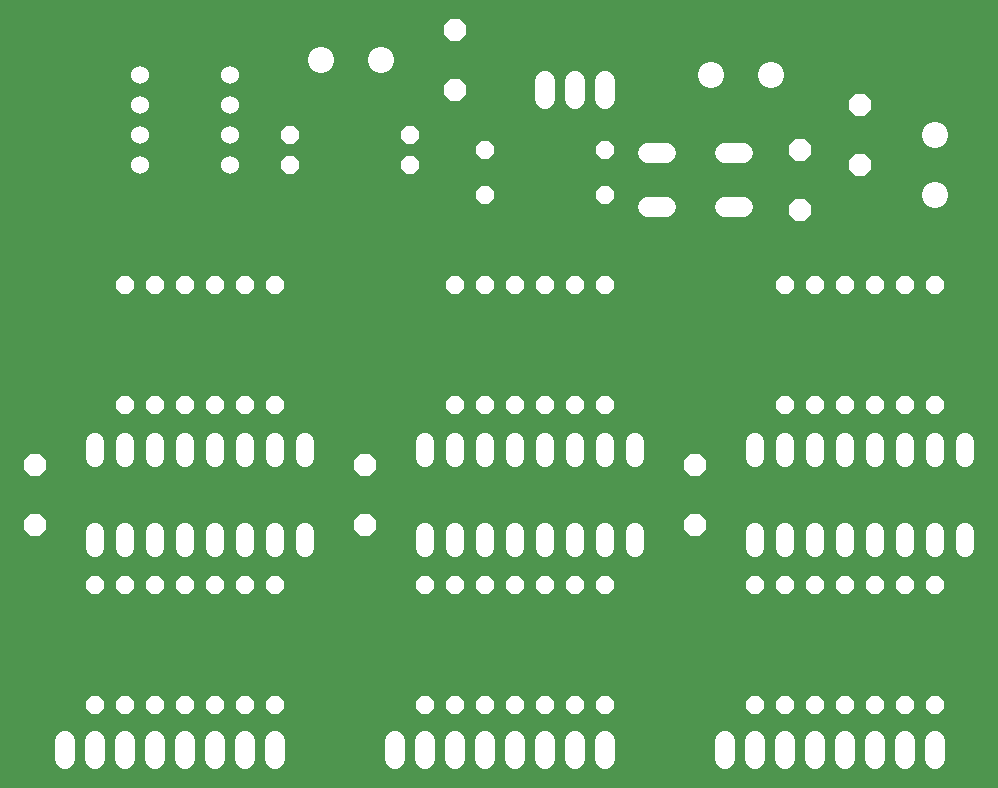
<source format=gbr>
G04 EAGLE Gerber RS-274X export*
G75*
%MOMM*%
%FSLAX34Y34*%
%LPD*%
%INSoldermask Top*%
%IPNEG*%
%AMOC8*
5,1,8,0,0,1.08239X$1,22.5*%
G01*
%ADD10P,1.951982X8X292.500000*%
%ADD11P,1.951982X8X112.500000*%
%ADD12C,1.524000*%
%ADD13C,1.727200*%
%ADD14P,1.649562X8X112.500000*%
%ADD15P,1.649562X8X292.500000*%
%ADD16P,1.649562X8X202.500000*%
%ADD17P,1.649562X8X22.500000*%
%ADD18C,1.524000*%
%ADD19C,2.203200*%


D10*
X317500Y279400D03*
X317500Y228600D03*
X596900Y279400D03*
X596900Y228600D03*
X736600Y584200D03*
X736600Y533400D03*
X393700Y647700D03*
X393700Y596900D03*
X38100Y279400D03*
X38100Y228600D03*
D11*
X685800Y495300D03*
X685800Y546100D03*
D12*
X368300Y222504D02*
X368300Y209296D01*
X393700Y209296D02*
X393700Y222504D01*
X520700Y222504D02*
X520700Y209296D01*
X546100Y209296D02*
X546100Y222504D01*
X419100Y222504D02*
X419100Y209296D01*
X444500Y209296D02*
X444500Y222504D01*
X495300Y222504D02*
X495300Y209296D01*
X469900Y209296D02*
X469900Y222504D01*
X546100Y285496D02*
X546100Y298704D01*
X520700Y298704D02*
X520700Y285496D01*
X495300Y285496D02*
X495300Y298704D01*
X469900Y298704D02*
X469900Y285496D01*
X444500Y285496D02*
X444500Y298704D01*
X419100Y298704D02*
X419100Y285496D01*
X393700Y285496D02*
X393700Y298704D01*
X368300Y298704D02*
X368300Y285496D01*
X88900Y222504D02*
X88900Y209296D01*
X114300Y209296D02*
X114300Y222504D01*
X241300Y222504D02*
X241300Y209296D01*
X266700Y209296D02*
X266700Y222504D01*
X139700Y222504D02*
X139700Y209296D01*
X165100Y209296D02*
X165100Y222504D01*
X215900Y222504D02*
X215900Y209296D01*
X190500Y209296D02*
X190500Y222504D01*
X266700Y285496D02*
X266700Y298704D01*
X241300Y298704D02*
X241300Y285496D01*
X215900Y285496D02*
X215900Y298704D01*
X190500Y298704D02*
X190500Y285496D01*
X165100Y285496D02*
X165100Y298704D01*
X139700Y298704D02*
X139700Y285496D01*
X114300Y285496D02*
X114300Y298704D01*
X88900Y298704D02*
X88900Y285496D01*
X647700Y222504D02*
X647700Y209296D01*
X673100Y209296D02*
X673100Y222504D01*
X800100Y222504D02*
X800100Y209296D01*
X825500Y209296D02*
X825500Y222504D01*
X698500Y222504D02*
X698500Y209296D01*
X723900Y209296D02*
X723900Y222504D01*
X774700Y222504D02*
X774700Y209296D01*
X749300Y209296D02*
X749300Y222504D01*
X825500Y285496D02*
X825500Y298704D01*
X800100Y298704D02*
X800100Y285496D01*
X774700Y285496D02*
X774700Y298704D01*
X749300Y298704D02*
X749300Y285496D01*
X723900Y285496D02*
X723900Y298704D01*
X698500Y298704D02*
X698500Y285496D01*
X673100Y285496D02*
X673100Y298704D01*
X647700Y298704D02*
X647700Y285496D01*
D13*
X520700Y589280D02*
X520700Y604520D01*
X495300Y604520D02*
X495300Y589280D01*
X469900Y589280D02*
X469900Y604520D01*
X63500Y45720D02*
X63500Y30480D01*
X88900Y30480D02*
X88900Y45720D01*
X114300Y45720D02*
X114300Y30480D01*
X139700Y30480D02*
X139700Y45720D01*
X165100Y45720D02*
X165100Y30480D01*
X190500Y30480D02*
X190500Y45720D01*
X215900Y45720D02*
X215900Y30480D01*
X241300Y30480D02*
X241300Y45720D01*
X342900Y45720D02*
X342900Y30480D01*
X368300Y30480D02*
X368300Y45720D01*
X393700Y45720D02*
X393700Y30480D01*
X419100Y30480D02*
X419100Y45720D01*
X444500Y45720D02*
X444500Y30480D01*
X469900Y30480D02*
X469900Y45720D01*
X495300Y45720D02*
X495300Y30480D01*
X520700Y30480D02*
X520700Y45720D01*
X622300Y45720D02*
X622300Y30480D01*
X647700Y30480D02*
X647700Y45720D01*
X673100Y45720D02*
X673100Y30480D01*
X698500Y30480D02*
X698500Y45720D01*
X723900Y45720D02*
X723900Y30480D01*
X749300Y30480D02*
X749300Y45720D01*
X774700Y45720D02*
X774700Y30480D01*
X800100Y30480D02*
X800100Y45720D01*
D14*
X114300Y330200D03*
X114300Y431800D03*
D15*
X139700Y431800D03*
X139700Y330200D03*
X241300Y431800D03*
X241300Y330200D03*
X215900Y431800D03*
X215900Y330200D03*
X190500Y431800D03*
X190500Y330200D03*
D14*
X393700Y330200D03*
X393700Y431800D03*
D15*
X368300Y177800D03*
X368300Y76200D03*
X393700Y177800D03*
X393700Y76200D03*
X419100Y177800D03*
X419100Y76200D03*
X444500Y177800D03*
X444500Y76200D03*
X469900Y177800D03*
X469900Y76200D03*
X88900Y177800D03*
X88900Y76200D03*
X495300Y177800D03*
X495300Y76200D03*
X520700Y177800D03*
X520700Y76200D03*
X444500Y431800D03*
X444500Y330200D03*
X419100Y431800D03*
X419100Y330200D03*
X520700Y431800D03*
X520700Y330200D03*
X495300Y431800D03*
X495300Y330200D03*
X469900Y431800D03*
X469900Y330200D03*
D14*
X673100Y330200D03*
X673100Y431800D03*
D15*
X647700Y177800D03*
X647700Y76200D03*
X673100Y177800D03*
X673100Y76200D03*
X114300Y177800D03*
X114300Y76200D03*
X698500Y177800D03*
X698500Y76200D03*
X723900Y177800D03*
X723900Y76200D03*
X749300Y177800D03*
X749300Y76200D03*
X774700Y177800D03*
X774700Y76200D03*
X800100Y177800D03*
X800100Y76200D03*
X723900Y431800D03*
X723900Y330200D03*
X698500Y431800D03*
X698500Y330200D03*
X800100Y431800D03*
X800100Y330200D03*
X774700Y431800D03*
X774700Y330200D03*
X749300Y431800D03*
X749300Y330200D03*
X139700Y177800D03*
X139700Y76200D03*
D16*
X355600Y533400D03*
X254000Y533400D03*
X355600Y558800D03*
X254000Y558800D03*
D17*
X419100Y546100D03*
X520700Y546100D03*
X419100Y508000D03*
X520700Y508000D03*
D15*
X165100Y177800D03*
X165100Y76200D03*
X190500Y177800D03*
X190500Y76200D03*
X215900Y177800D03*
X215900Y76200D03*
X241300Y177800D03*
X241300Y76200D03*
X165100Y431800D03*
X165100Y330200D03*
D13*
X621792Y498094D02*
X637032Y498094D01*
X637032Y543306D02*
X621792Y543306D01*
X572008Y498094D02*
X556768Y498094D01*
X556768Y543306D02*
X572008Y543306D01*
D18*
X127000Y609600D03*
X127000Y584200D03*
X203200Y584200D03*
X203200Y609600D03*
X127000Y558800D03*
X127000Y533400D03*
X203200Y558800D03*
X203200Y533400D03*
D19*
X330411Y622050D03*
X279611Y622050D03*
X799850Y507789D03*
X799850Y558589D03*
X660611Y609350D03*
X609811Y609350D03*
M02*

</source>
